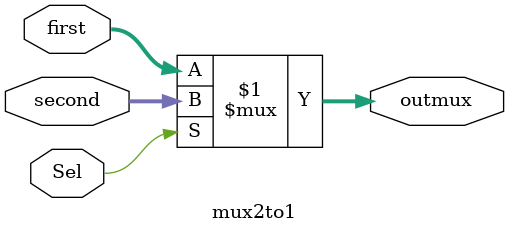
<source format=sv>
module mux2to1 #(parameter Width=32)(
	input logic [Width-1:0] first,second,
	input logic Sel,
	output logic  [Width-1:0] outmux
);
assign outmux = (Sel) ? second : first;
endmodule

</source>
